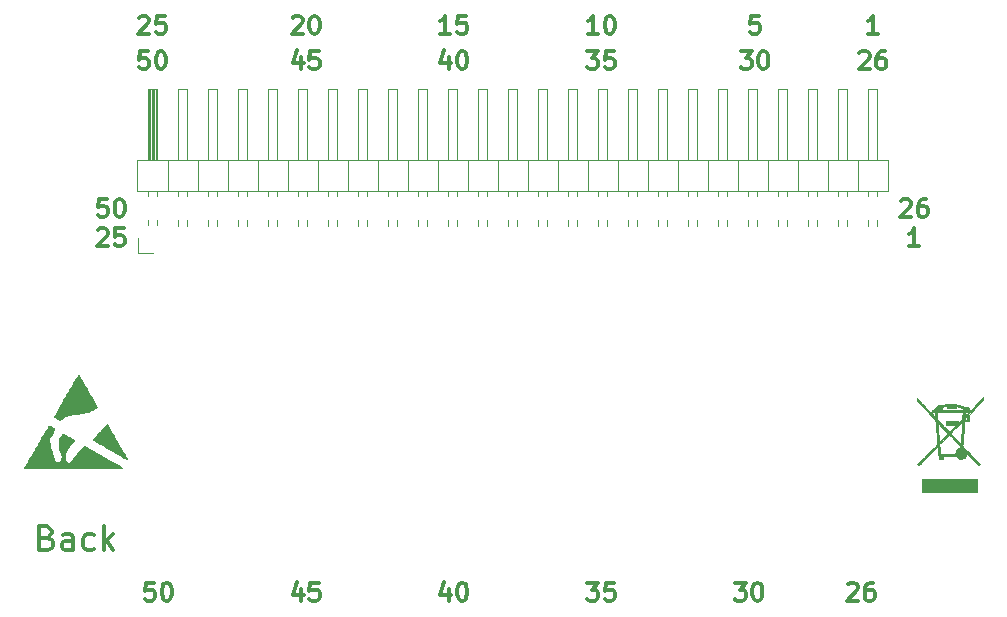
<source format=gto>
G04 #@! TF.GenerationSoftware,KiCad,Pcbnew,(6.0.6)*
G04 #@! TF.CreationDate,2022-06-25T19:15:55+02:00*
G04 #@! TF.ProjectId,brutzelkarte,62727574-7a65-46c6-9b61-7274652e6b69,rev?*
G04 #@! TF.SameCoordinates,Original*
G04 #@! TF.FileFunction,Legend,Top*
G04 #@! TF.FilePolarity,Positive*
%FSLAX46Y46*%
G04 Gerber Fmt 4.6, Leading zero omitted, Abs format (unit mm)*
G04 Created by KiCad (PCBNEW (6.0.6)) date 2022-06-25 19:15:55*
%MOMM*%
%LPD*%
G01*
G04 APERTURE LIST*
%ADD10C,0.300000*%
%ADD11C,0.120000*%
%ADD12C,0.010000*%
G04 APERTURE END LIST*
D10*
X115071428Y-120178571D02*
X115071428Y-121178571D01*
X114714285Y-119607142D02*
X114357142Y-120678571D01*
X115285714Y-120678571D01*
X116571428Y-119678571D02*
X115857142Y-119678571D01*
X115785714Y-120392857D01*
X115857142Y-120321428D01*
X116000000Y-120250000D01*
X116357142Y-120250000D01*
X116500000Y-120321428D01*
X116571428Y-120392857D01*
X116642857Y-120535714D01*
X116642857Y-120892857D01*
X116571428Y-121035714D01*
X116500000Y-121107142D01*
X116357142Y-121178571D01*
X116000000Y-121178571D01*
X115857142Y-121107142D01*
X115785714Y-121035714D01*
X127571428Y-120178571D02*
X127571428Y-121178571D01*
X127214285Y-119607142D02*
X126857142Y-120678571D01*
X127785714Y-120678571D01*
X128642857Y-119678571D02*
X128785714Y-119678571D01*
X128928571Y-119750000D01*
X129000000Y-119821428D01*
X129071428Y-119964285D01*
X129142857Y-120250000D01*
X129142857Y-120607142D01*
X129071428Y-120892857D01*
X129000000Y-121035714D01*
X128928571Y-121107142D01*
X128785714Y-121178571D01*
X128642857Y-121178571D01*
X128500000Y-121107142D01*
X128428571Y-121035714D01*
X128357142Y-120892857D01*
X128285714Y-120607142D01*
X128285714Y-120250000D01*
X128357142Y-119964285D01*
X128428571Y-119821428D01*
X128500000Y-119750000D01*
X128642857Y-119678571D01*
X139285714Y-119678571D02*
X140214285Y-119678571D01*
X139714285Y-120250000D01*
X139928571Y-120250000D01*
X140071428Y-120321428D01*
X140142857Y-120392857D01*
X140214285Y-120535714D01*
X140214285Y-120892857D01*
X140142857Y-121035714D01*
X140071428Y-121107142D01*
X139928571Y-121178571D01*
X139500000Y-121178571D01*
X139357142Y-121107142D01*
X139285714Y-121035714D01*
X141571428Y-119678571D02*
X140857142Y-119678571D01*
X140785714Y-120392857D01*
X140857142Y-120321428D01*
X141000000Y-120250000D01*
X141357142Y-120250000D01*
X141500000Y-120321428D01*
X141571428Y-120392857D01*
X141642857Y-120535714D01*
X141642857Y-120892857D01*
X141571428Y-121035714D01*
X141500000Y-121107142D01*
X141357142Y-121178571D01*
X141000000Y-121178571D01*
X140857142Y-121107142D01*
X140785714Y-121035714D01*
X151785714Y-119678571D02*
X152714285Y-119678571D01*
X152214285Y-120250000D01*
X152428571Y-120250000D01*
X152571428Y-120321428D01*
X152642857Y-120392857D01*
X152714285Y-120535714D01*
X152714285Y-120892857D01*
X152642857Y-121035714D01*
X152571428Y-121107142D01*
X152428571Y-121178571D01*
X152000000Y-121178571D01*
X151857142Y-121107142D01*
X151785714Y-121035714D01*
X153642857Y-119678571D02*
X153785714Y-119678571D01*
X153928571Y-119750000D01*
X154000000Y-119821428D01*
X154071428Y-119964285D01*
X154142857Y-120250000D01*
X154142857Y-120607142D01*
X154071428Y-120892857D01*
X154000000Y-121035714D01*
X153928571Y-121107142D01*
X153785714Y-121178571D01*
X153642857Y-121178571D01*
X153500000Y-121107142D01*
X153428571Y-121035714D01*
X153357142Y-120892857D01*
X153285714Y-120607142D01*
X153285714Y-120250000D01*
X153357142Y-119964285D01*
X153428571Y-119821428D01*
X153500000Y-119750000D01*
X153642857Y-119678571D01*
X161357142Y-119821428D02*
X161428571Y-119750000D01*
X161571428Y-119678571D01*
X161928571Y-119678571D01*
X162071428Y-119750000D01*
X162142857Y-119821428D01*
X162214285Y-119964285D01*
X162214285Y-120107142D01*
X162142857Y-120321428D01*
X161285714Y-121178571D01*
X162214285Y-121178571D01*
X163500000Y-119678571D02*
X163214285Y-119678571D01*
X163071428Y-119750000D01*
X163000000Y-119821428D01*
X162857142Y-120035714D01*
X162785714Y-120321428D01*
X162785714Y-120892857D01*
X162857142Y-121035714D01*
X162928571Y-121107142D01*
X163071428Y-121178571D01*
X163357142Y-121178571D01*
X163500000Y-121107142D01*
X163571428Y-121035714D01*
X163642857Y-120892857D01*
X163642857Y-120535714D01*
X163571428Y-120392857D01*
X163500000Y-120321428D01*
X163357142Y-120250000D01*
X163071428Y-120250000D01*
X162928571Y-120321428D01*
X162857142Y-120392857D01*
X162785714Y-120535714D01*
X98642857Y-87178571D02*
X97928571Y-87178571D01*
X97857142Y-87892857D01*
X97928571Y-87821428D01*
X98071428Y-87750000D01*
X98428571Y-87750000D01*
X98571428Y-87821428D01*
X98642857Y-87892857D01*
X98714285Y-88035714D01*
X98714285Y-88392857D01*
X98642857Y-88535714D01*
X98571428Y-88607142D01*
X98428571Y-88678571D01*
X98071428Y-88678571D01*
X97928571Y-88607142D01*
X97857142Y-88535714D01*
X99642857Y-87178571D02*
X99785714Y-87178571D01*
X99928571Y-87250000D01*
X100000000Y-87321428D01*
X100071428Y-87464285D01*
X100142857Y-87750000D01*
X100142857Y-88107142D01*
X100071428Y-88392857D01*
X100000000Y-88535714D01*
X99928571Y-88607142D01*
X99785714Y-88678571D01*
X99642857Y-88678571D01*
X99500000Y-88607142D01*
X99428571Y-88535714D01*
X99357142Y-88392857D01*
X99285714Y-88107142D01*
X99285714Y-87750000D01*
X99357142Y-87464285D01*
X99428571Y-87321428D01*
X99500000Y-87250000D01*
X99642857Y-87178571D01*
X97857142Y-89821428D02*
X97928571Y-89750000D01*
X98071428Y-89678571D01*
X98428571Y-89678571D01*
X98571428Y-89750000D01*
X98642857Y-89821428D01*
X98714285Y-89964285D01*
X98714285Y-90107142D01*
X98642857Y-90321428D01*
X97785714Y-91178571D01*
X98714285Y-91178571D01*
X100071428Y-89678571D02*
X99357142Y-89678571D01*
X99285714Y-90392857D01*
X99357142Y-90321428D01*
X99500000Y-90250000D01*
X99857142Y-90250000D01*
X100000000Y-90321428D01*
X100071428Y-90392857D01*
X100142857Y-90535714D01*
X100142857Y-90892857D01*
X100071428Y-91035714D01*
X100000000Y-91107142D01*
X99857142Y-91178571D01*
X99500000Y-91178571D01*
X99357142Y-91107142D01*
X99285714Y-91035714D01*
X165857142Y-87321428D02*
X165928571Y-87250000D01*
X166071428Y-87178571D01*
X166428571Y-87178571D01*
X166571428Y-87250000D01*
X166642857Y-87321428D01*
X166714285Y-87464285D01*
X166714285Y-87607142D01*
X166642857Y-87821428D01*
X165785714Y-88678571D01*
X166714285Y-88678571D01*
X168000000Y-87178571D02*
X167714285Y-87178571D01*
X167571428Y-87250000D01*
X167500000Y-87321428D01*
X167357142Y-87535714D01*
X167285714Y-87821428D01*
X167285714Y-88392857D01*
X167357142Y-88535714D01*
X167428571Y-88607142D01*
X167571428Y-88678571D01*
X167857142Y-88678571D01*
X168000000Y-88607142D01*
X168071428Y-88535714D01*
X168142857Y-88392857D01*
X168142857Y-88035714D01*
X168071428Y-87892857D01*
X168000000Y-87821428D01*
X167857142Y-87750000D01*
X167571428Y-87750000D01*
X167428571Y-87821428D01*
X167357142Y-87892857D01*
X167285714Y-88035714D01*
X167428571Y-91178571D02*
X166571428Y-91178571D01*
X167000000Y-91178571D02*
X167000000Y-89678571D01*
X166857142Y-89892857D01*
X166714285Y-90035714D01*
X166571428Y-90107142D01*
X162357142Y-74821428D02*
X162428571Y-74750000D01*
X162571428Y-74678571D01*
X162928571Y-74678571D01*
X163071428Y-74750000D01*
X163142857Y-74821428D01*
X163214285Y-74964285D01*
X163214285Y-75107142D01*
X163142857Y-75321428D01*
X162285714Y-76178571D01*
X163214285Y-76178571D01*
X164500000Y-74678571D02*
X164214285Y-74678571D01*
X164071428Y-74750000D01*
X164000000Y-74821428D01*
X163857142Y-75035714D01*
X163785714Y-75321428D01*
X163785714Y-75892857D01*
X163857142Y-76035714D01*
X163928571Y-76107142D01*
X164071428Y-76178571D01*
X164357142Y-76178571D01*
X164500000Y-76107142D01*
X164571428Y-76035714D01*
X164642857Y-75892857D01*
X164642857Y-75535714D01*
X164571428Y-75392857D01*
X164500000Y-75321428D01*
X164357142Y-75250000D01*
X164071428Y-75250000D01*
X163928571Y-75321428D01*
X163857142Y-75392857D01*
X163785714Y-75535714D01*
X139285714Y-74678571D02*
X140214285Y-74678571D01*
X139714285Y-75250000D01*
X139928571Y-75250000D01*
X140071428Y-75321428D01*
X140142857Y-75392857D01*
X140214285Y-75535714D01*
X140214285Y-75892857D01*
X140142857Y-76035714D01*
X140071428Y-76107142D01*
X139928571Y-76178571D01*
X139500000Y-76178571D01*
X139357142Y-76107142D01*
X139285714Y-76035714D01*
X141571428Y-74678571D02*
X140857142Y-74678571D01*
X140785714Y-75392857D01*
X140857142Y-75321428D01*
X141000000Y-75250000D01*
X141357142Y-75250000D01*
X141500000Y-75321428D01*
X141571428Y-75392857D01*
X141642857Y-75535714D01*
X141642857Y-75892857D01*
X141571428Y-76035714D01*
X141500000Y-76107142D01*
X141357142Y-76178571D01*
X141000000Y-76178571D01*
X140857142Y-76107142D01*
X140785714Y-76035714D01*
X152285714Y-74678571D02*
X153214285Y-74678571D01*
X152714285Y-75250000D01*
X152928571Y-75250000D01*
X153071428Y-75321428D01*
X153142857Y-75392857D01*
X153214285Y-75535714D01*
X153214285Y-75892857D01*
X153142857Y-76035714D01*
X153071428Y-76107142D01*
X152928571Y-76178571D01*
X152500000Y-76178571D01*
X152357142Y-76107142D01*
X152285714Y-76035714D01*
X154142857Y-74678571D02*
X154285714Y-74678571D01*
X154428571Y-74750000D01*
X154500000Y-74821428D01*
X154571428Y-74964285D01*
X154642857Y-75250000D01*
X154642857Y-75607142D01*
X154571428Y-75892857D01*
X154500000Y-76035714D01*
X154428571Y-76107142D01*
X154285714Y-76178571D01*
X154142857Y-76178571D01*
X154000000Y-76107142D01*
X153928571Y-76035714D01*
X153857142Y-75892857D01*
X153785714Y-75607142D01*
X153785714Y-75250000D01*
X153857142Y-74964285D01*
X153928571Y-74821428D01*
X154000000Y-74750000D01*
X154142857Y-74678571D01*
X153857142Y-71678571D02*
X153142857Y-71678571D01*
X153071428Y-72392857D01*
X153142857Y-72321428D01*
X153285714Y-72250000D01*
X153642857Y-72250000D01*
X153785714Y-72321428D01*
X153857142Y-72392857D01*
X153928571Y-72535714D01*
X153928571Y-72892857D01*
X153857142Y-73035714D01*
X153785714Y-73107142D01*
X153642857Y-73178571D01*
X153285714Y-73178571D01*
X153142857Y-73107142D01*
X153071428Y-73035714D01*
X115071428Y-75178571D02*
X115071428Y-76178571D01*
X114714285Y-74607142D02*
X114357142Y-75678571D01*
X115285714Y-75678571D01*
X116571428Y-74678571D02*
X115857142Y-74678571D01*
X115785714Y-75392857D01*
X115857142Y-75321428D01*
X116000000Y-75250000D01*
X116357142Y-75250000D01*
X116500000Y-75321428D01*
X116571428Y-75392857D01*
X116642857Y-75535714D01*
X116642857Y-75892857D01*
X116571428Y-76035714D01*
X116500000Y-76107142D01*
X116357142Y-76178571D01*
X116000000Y-76178571D01*
X115857142Y-76107142D01*
X115785714Y-76035714D01*
X114357142Y-71821428D02*
X114428571Y-71750000D01*
X114571428Y-71678571D01*
X114928571Y-71678571D01*
X115071428Y-71750000D01*
X115142857Y-71821428D01*
X115214285Y-71964285D01*
X115214285Y-72107142D01*
X115142857Y-72321428D01*
X114285714Y-73178571D01*
X115214285Y-73178571D01*
X116142857Y-71678571D02*
X116285714Y-71678571D01*
X116428571Y-71750000D01*
X116500000Y-71821428D01*
X116571428Y-71964285D01*
X116642857Y-72250000D01*
X116642857Y-72607142D01*
X116571428Y-72892857D01*
X116500000Y-73035714D01*
X116428571Y-73107142D01*
X116285714Y-73178571D01*
X116142857Y-73178571D01*
X116000000Y-73107142D01*
X115928571Y-73035714D01*
X115857142Y-72892857D01*
X115785714Y-72607142D01*
X115785714Y-72250000D01*
X115857142Y-71964285D01*
X115928571Y-71821428D01*
X116000000Y-71750000D01*
X116142857Y-71678571D01*
X102142857Y-74678571D02*
X101428571Y-74678571D01*
X101357142Y-75392857D01*
X101428571Y-75321428D01*
X101571428Y-75250000D01*
X101928571Y-75250000D01*
X102071428Y-75321428D01*
X102142857Y-75392857D01*
X102214285Y-75535714D01*
X102214285Y-75892857D01*
X102142857Y-76035714D01*
X102071428Y-76107142D01*
X101928571Y-76178571D01*
X101571428Y-76178571D01*
X101428571Y-76107142D01*
X101357142Y-76035714D01*
X103142857Y-74678571D02*
X103285714Y-74678571D01*
X103428571Y-74750000D01*
X103500000Y-74821428D01*
X103571428Y-74964285D01*
X103642857Y-75250000D01*
X103642857Y-75607142D01*
X103571428Y-75892857D01*
X103500000Y-76035714D01*
X103428571Y-76107142D01*
X103285714Y-76178571D01*
X103142857Y-76178571D01*
X103000000Y-76107142D01*
X102928571Y-76035714D01*
X102857142Y-75892857D01*
X102785714Y-75607142D01*
X102785714Y-75250000D01*
X102857142Y-74964285D01*
X102928571Y-74821428D01*
X103000000Y-74750000D01*
X103142857Y-74678571D01*
X127714285Y-73178571D02*
X126857142Y-73178571D01*
X127285714Y-73178571D02*
X127285714Y-71678571D01*
X127142857Y-71892857D01*
X127000000Y-72035714D01*
X126857142Y-72107142D01*
X129071428Y-71678571D02*
X128357142Y-71678571D01*
X128285714Y-72392857D01*
X128357142Y-72321428D01*
X128500000Y-72250000D01*
X128857142Y-72250000D01*
X129000000Y-72321428D01*
X129071428Y-72392857D01*
X129142857Y-72535714D01*
X129142857Y-72892857D01*
X129071428Y-73035714D01*
X129000000Y-73107142D01*
X128857142Y-73178571D01*
X128500000Y-73178571D01*
X128357142Y-73107142D01*
X128285714Y-73035714D01*
X163928571Y-73178571D02*
X163071428Y-73178571D01*
X163500000Y-73178571D02*
X163500000Y-71678571D01*
X163357142Y-71892857D01*
X163214285Y-72035714D01*
X163071428Y-72107142D01*
X140214285Y-73178571D02*
X139357142Y-73178571D01*
X139785714Y-73178571D02*
X139785714Y-71678571D01*
X139642857Y-71892857D01*
X139500000Y-72035714D01*
X139357142Y-72107142D01*
X141142857Y-71678571D02*
X141285714Y-71678571D01*
X141428571Y-71750000D01*
X141500000Y-71821428D01*
X141571428Y-71964285D01*
X141642857Y-72250000D01*
X141642857Y-72607142D01*
X141571428Y-72892857D01*
X141500000Y-73035714D01*
X141428571Y-73107142D01*
X141285714Y-73178571D01*
X141142857Y-73178571D01*
X141000000Y-73107142D01*
X140928571Y-73035714D01*
X140857142Y-72892857D01*
X140785714Y-72607142D01*
X140785714Y-72250000D01*
X140857142Y-71964285D01*
X140928571Y-71821428D01*
X141000000Y-71750000D01*
X141142857Y-71678571D01*
X127571428Y-75178571D02*
X127571428Y-76178571D01*
X127214285Y-74607142D02*
X126857142Y-75678571D01*
X127785714Y-75678571D01*
X128642857Y-74678571D02*
X128785714Y-74678571D01*
X128928571Y-74750000D01*
X129000000Y-74821428D01*
X129071428Y-74964285D01*
X129142857Y-75250000D01*
X129142857Y-75607142D01*
X129071428Y-75892857D01*
X129000000Y-76035714D01*
X128928571Y-76107142D01*
X128785714Y-76178571D01*
X128642857Y-76178571D01*
X128500000Y-76107142D01*
X128428571Y-76035714D01*
X128357142Y-75892857D01*
X128285714Y-75607142D01*
X128285714Y-75250000D01*
X128357142Y-74964285D01*
X128428571Y-74821428D01*
X128500000Y-74750000D01*
X128642857Y-74678571D01*
X101357142Y-71821428D02*
X101428571Y-71750000D01*
X101571428Y-71678571D01*
X101928571Y-71678571D01*
X102071428Y-71750000D01*
X102142857Y-71821428D01*
X102214285Y-71964285D01*
X102214285Y-72107142D01*
X102142857Y-72321428D01*
X101285714Y-73178571D01*
X102214285Y-73178571D01*
X103571428Y-71678571D02*
X102857142Y-71678571D01*
X102785714Y-72392857D01*
X102857142Y-72321428D01*
X103000000Y-72250000D01*
X103357142Y-72250000D01*
X103500000Y-72321428D01*
X103571428Y-72392857D01*
X103642857Y-72535714D01*
X103642857Y-72892857D01*
X103571428Y-73035714D01*
X103500000Y-73107142D01*
X103357142Y-73178571D01*
X103000000Y-73178571D01*
X102857142Y-73107142D01*
X102785714Y-73035714D01*
X102642857Y-119678571D02*
X101928571Y-119678571D01*
X101857142Y-120392857D01*
X101928571Y-120321428D01*
X102071428Y-120250000D01*
X102428571Y-120250000D01*
X102571428Y-120321428D01*
X102642857Y-120392857D01*
X102714285Y-120535714D01*
X102714285Y-120892857D01*
X102642857Y-121035714D01*
X102571428Y-121107142D01*
X102428571Y-121178571D01*
X102071428Y-121178571D01*
X101928571Y-121107142D01*
X101857142Y-121035714D01*
X103642857Y-119678571D02*
X103785714Y-119678571D01*
X103928571Y-119750000D01*
X104000000Y-119821428D01*
X104071428Y-119964285D01*
X104142857Y-120250000D01*
X104142857Y-120607142D01*
X104071428Y-120892857D01*
X104000000Y-121035714D01*
X103928571Y-121107142D01*
X103785714Y-121178571D01*
X103642857Y-121178571D01*
X103500000Y-121107142D01*
X103428571Y-121035714D01*
X103357142Y-120892857D01*
X103285714Y-120607142D01*
X103285714Y-120250000D01*
X103357142Y-119964285D01*
X103428571Y-119821428D01*
X103500000Y-119750000D01*
X103642857Y-119678571D01*
X93571428Y-115857142D02*
X93857142Y-115952380D01*
X93952380Y-116047619D01*
X94047619Y-116238095D01*
X94047619Y-116523809D01*
X93952380Y-116714285D01*
X93857142Y-116809523D01*
X93666666Y-116904761D01*
X92904761Y-116904761D01*
X92904761Y-114904761D01*
X93571428Y-114904761D01*
X93761904Y-115000000D01*
X93857142Y-115095238D01*
X93952380Y-115285714D01*
X93952380Y-115476190D01*
X93857142Y-115666666D01*
X93761904Y-115761904D01*
X93571428Y-115857142D01*
X92904761Y-115857142D01*
X95761904Y-116904761D02*
X95761904Y-115857142D01*
X95666666Y-115666666D01*
X95476190Y-115571428D01*
X95095238Y-115571428D01*
X94904761Y-115666666D01*
X95761904Y-116809523D02*
X95571428Y-116904761D01*
X95095238Y-116904761D01*
X94904761Y-116809523D01*
X94809523Y-116619047D01*
X94809523Y-116428571D01*
X94904761Y-116238095D01*
X95095238Y-116142857D01*
X95571428Y-116142857D01*
X95761904Y-116047619D01*
X97571428Y-116809523D02*
X97380952Y-116904761D01*
X97000000Y-116904761D01*
X96809523Y-116809523D01*
X96714285Y-116714285D01*
X96619047Y-116523809D01*
X96619047Y-115952380D01*
X96714285Y-115761904D01*
X96809523Y-115666666D01*
X97000000Y-115571428D01*
X97380952Y-115571428D01*
X97571428Y-115666666D01*
X98428571Y-116904761D02*
X98428571Y-114904761D01*
X98619047Y-116142857D02*
X99190476Y-116904761D01*
X99190476Y-115571428D02*
X98428571Y-116333333D01*
D11*
X147840000Y-83860000D02*
X147840000Y-77860000D01*
X130820000Y-86917071D02*
X130820000Y-86520000D01*
X158760000Y-77860000D02*
X158760000Y-83860000D01*
X110500000Y-77860000D02*
X110500000Y-83860000D01*
X107960000Y-77860000D02*
X107960000Y-83860000D01*
X102780000Y-83860000D02*
X102780000Y-77860000D01*
X118120000Y-77860000D02*
X118120000Y-83860000D01*
X130060000Y-86917071D02*
X130060000Y-86520000D01*
X124980000Y-77860000D02*
X125740000Y-77860000D01*
X131710000Y-86520000D02*
X131710000Y-83860000D01*
X125740000Y-77860000D02*
X125740000Y-83860000D01*
X104660000Y-89457071D02*
X104660000Y-89002929D01*
X136790000Y-86520000D02*
X136790000Y-83860000D01*
X140220000Y-83860000D02*
X140220000Y-77860000D01*
X152920000Y-89457071D02*
X152920000Y-89002929D01*
X120660000Y-86917071D02*
X120660000Y-86520000D01*
X132600000Y-86917071D02*
X132600000Y-86520000D01*
X146060000Y-77860000D02*
X146060000Y-83860000D01*
X113040000Y-89457071D02*
X113040000Y-89002929D01*
X108850000Y-86520000D02*
X108850000Y-83860000D01*
X109740000Y-86917071D02*
X109740000Y-86520000D01*
X135140000Y-86917071D02*
X135140000Y-86520000D01*
X102880000Y-89390000D02*
X102880000Y-89002929D01*
X155460000Y-77860000D02*
X156220000Y-77860000D01*
X124980000Y-86917071D02*
X124980000Y-86520000D01*
X102880000Y-77860000D02*
X102880000Y-83860000D01*
X140220000Y-77860000D02*
X140980000Y-77860000D01*
X155460000Y-83860000D02*
X155460000Y-77860000D01*
X148600000Y-86917071D02*
X148600000Y-86520000D01*
X111390000Y-86520000D02*
X111390000Y-83860000D01*
X160540000Y-83860000D02*
X160540000Y-77860000D01*
X117360000Y-83860000D02*
X117360000Y-77860000D01*
X102180000Y-83860000D02*
X102180000Y-77860000D01*
X145300000Y-86917071D02*
X145300000Y-86520000D01*
X152920000Y-83860000D02*
X152920000Y-77860000D01*
X130060000Y-77860000D02*
X130820000Y-77860000D01*
X150380000Y-86917071D02*
X150380000Y-86520000D01*
X112280000Y-83860000D02*
X112280000Y-77860000D01*
X153680000Y-89457071D02*
X153680000Y-89002929D01*
X127520000Y-89457071D02*
X127520000Y-89002929D01*
X141870000Y-86520000D02*
X141870000Y-83860000D01*
X127520000Y-77860000D02*
X128280000Y-77860000D01*
X130060000Y-83860000D02*
X130060000Y-77860000D01*
X112280000Y-89457071D02*
X112280000Y-89002929D01*
X160540000Y-77860000D02*
X161300000Y-77860000D01*
X161300000Y-89457071D02*
X161300000Y-89002929D01*
X135900000Y-77860000D02*
X135900000Y-83860000D01*
X109740000Y-83860000D02*
X109740000Y-77860000D01*
X137680000Y-86917071D02*
X137680000Y-86520000D01*
X153680000Y-77860000D02*
X153680000Y-83860000D01*
X138440000Y-77860000D02*
X138440000Y-83860000D01*
X116470000Y-86520000D02*
X116470000Y-83860000D01*
X114820000Y-83860000D02*
X114820000Y-77860000D01*
X113930000Y-86520000D02*
X113930000Y-83860000D01*
X143520000Y-77860000D02*
X143520000Y-83860000D01*
X162190000Y-86520000D02*
X162190000Y-83860000D01*
X130820000Y-89457071D02*
X130820000Y-89002929D01*
X140980000Y-86917071D02*
X140980000Y-86520000D01*
X118120000Y-89457071D02*
X118120000Y-89002929D01*
X112280000Y-86917071D02*
X112280000Y-86520000D01*
X127520000Y-83860000D02*
X127520000Y-77860000D01*
X107960000Y-89457071D02*
X107960000Y-89002929D01*
X163080000Y-77860000D02*
X163840000Y-77860000D01*
X160540000Y-89457071D02*
X160540000Y-89002929D01*
X133360000Y-89457071D02*
X133360000Y-89002929D01*
X118120000Y-86917071D02*
X118120000Y-86520000D01*
X142760000Y-77860000D02*
X143520000Y-77860000D01*
X120660000Y-77860000D02*
X120660000Y-83860000D01*
X102500000Y-91770000D02*
X101230000Y-91770000D01*
X152030000Y-86520000D02*
X152030000Y-83860000D01*
X140220000Y-89457071D02*
X140220000Y-89002929D01*
X119900000Y-77860000D02*
X120660000Y-77860000D01*
X150380000Y-89457071D02*
X150380000Y-89002929D01*
X122440000Y-86917071D02*
X122440000Y-86520000D01*
X163080000Y-89457071D02*
X163080000Y-89002929D01*
X129170000Y-86520000D02*
X129170000Y-83860000D01*
X107200000Y-89457071D02*
X107200000Y-89002929D01*
X109740000Y-77860000D02*
X110500000Y-77860000D01*
X158760000Y-86917071D02*
X158760000Y-86520000D01*
X158000000Y-83860000D02*
X158000000Y-77860000D01*
X135900000Y-89457071D02*
X135900000Y-89002929D01*
X145300000Y-83860000D02*
X145300000Y-77860000D01*
X163840000Y-89457071D02*
X163840000Y-89002929D01*
X123200000Y-86917071D02*
X123200000Y-86520000D01*
X125740000Y-86917071D02*
X125740000Y-86520000D01*
X119900000Y-89457071D02*
X119900000Y-89002929D01*
X123200000Y-89457071D02*
X123200000Y-89002929D01*
X119010000Y-86520000D02*
X119010000Y-83860000D01*
X156220000Y-77860000D02*
X156220000Y-83860000D01*
X135140000Y-77860000D02*
X135900000Y-77860000D01*
X158760000Y-89457071D02*
X158760000Y-89002929D01*
X102660000Y-83860000D02*
X102660000Y-77860000D01*
X137680000Y-77860000D02*
X138440000Y-77860000D01*
X119900000Y-86917071D02*
X119900000Y-86520000D01*
X153680000Y-86917071D02*
X153680000Y-86520000D01*
X107200000Y-77860000D02*
X107960000Y-77860000D01*
X155460000Y-89457071D02*
X155460000Y-89002929D01*
X142760000Y-86917071D02*
X142760000Y-86520000D01*
X159650000Y-86520000D02*
X159650000Y-83860000D01*
X128280000Y-86917071D02*
X128280000Y-86520000D01*
X133360000Y-77860000D02*
X133360000Y-83860000D01*
X114820000Y-86917071D02*
X114820000Y-86520000D01*
X130820000Y-77860000D02*
X130820000Y-83860000D01*
X113040000Y-77860000D02*
X113040000Y-83860000D01*
X114820000Y-89457071D02*
X114820000Y-89002929D01*
X145300000Y-77860000D02*
X146060000Y-77860000D01*
X130060000Y-89457071D02*
X130060000Y-89002929D01*
X163840000Y-77860000D02*
X163840000Y-83860000D01*
X122440000Y-77860000D02*
X123200000Y-77860000D01*
X104660000Y-77860000D02*
X105420000Y-77860000D01*
X115580000Y-89457071D02*
X115580000Y-89002929D01*
X160540000Y-86917071D02*
X160540000Y-86520000D01*
X105420000Y-86917071D02*
X105420000Y-86520000D01*
X144410000Y-86520000D02*
X144410000Y-83860000D01*
X146060000Y-89457071D02*
X146060000Y-89002929D01*
X102540000Y-83860000D02*
X102540000Y-77860000D01*
X101170000Y-83860000D02*
X101170000Y-86520000D01*
X107960000Y-86917071D02*
X107960000Y-86520000D01*
X138440000Y-89457071D02*
X138440000Y-89002929D01*
X140980000Y-89457071D02*
X140980000Y-89002929D01*
X102120000Y-77860000D02*
X102880000Y-77860000D01*
X121550000Y-86520000D02*
X121550000Y-83860000D01*
X147840000Y-89457071D02*
X147840000Y-89002929D01*
X135140000Y-89457071D02*
X135140000Y-89002929D01*
X158000000Y-77860000D02*
X158760000Y-77860000D01*
X137680000Y-89457071D02*
X137680000Y-89002929D01*
X124980000Y-89457071D02*
X124980000Y-89002929D01*
X132600000Y-77860000D02*
X133360000Y-77860000D01*
X102120000Y-89390000D02*
X102120000Y-89002929D01*
X163840000Y-86917071D02*
X163840000Y-86520000D01*
X114820000Y-77860000D02*
X115580000Y-77860000D01*
X154570000Y-86520000D02*
X154570000Y-83860000D01*
X148600000Y-89457071D02*
X148600000Y-89002929D01*
X126630000Y-86520000D02*
X126630000Y-83860000D01*
X112280000Y-77860000D02*
X113040000Y-77860000D01*
X117360000Y-86917071D02*
X117360000Y-86520000D01*
X142760000Y-89457071D02*
X142760000Y-89002929D01*
X147840000Y-86917071D02*
X147840000Y-86520000D01*
X104660000Y-86917071D02*
X104660000Y-86520000D01*
X103770000Y-86520000D02*
X103770000Y-83860000D01*
X117360000Y-77860000D02*
X118120000Y-77860000D01*
X135900000Y-86917071D02*
X135900000Y-86520000D01*
X150380000Y-77860000D02*
X151140000Y-77860000D01*
X115580000Y-77860000D02*
X115580000Y-83860000D01*
X143520000Y-89457071D02*
X143520000Y-89002929D01*
X106310000Y-86520000D02*
X106310000Y-83860000D01*
X102420000Y-83860000D02*
X102420000Y-77860000D01*
X101230000Y-91770000D02*
X101230000Y-90500000D01*
X150380000Y-83860000D02*
X150380000Y-77860000D01*
X138440000Y-86917071D02*
X138440000Y-86520000D01*
X152920000Y-86917071D02*
X152920000Y-86520000D01*
X122440000Y-89457071D02*
X122440000Y-89002929D01*
X102120000Y-83860000D02*
X102120000Y-77860000D01*
X127520000Y-86917071D02*
X127520000Y-86520000D01*
X146950000Y-86520000D02*
X146950000Y-83860000D01*
X156220000Y-89457071D02*
X156220000Y-89002929D01*
X102120000Y-86917071D02*
X102120000Y-86520000D01*
X132600000Y-89457071D02*
X132600000Y-89002929D01*
X104660000Y-83860000D02*
X104660000Y-77860000D01*
X128280000Y-77860000D02*
X128280000Y-83860000D01*
X119900000Y-83860000D02*
X119900000Y-77860000D01*
X164790000Y-86520000D02*
X164790000Y-83860000D01*
X163080000Y-83860000D02*
X163080000Y-77860000D01*
X133360000Y-86917071D02*
X133360000Y-86520000D01*
X148600000Y-77860000D02*
X148600000Y-83860000D01*
X105420000Y-77860000D02*
X105420000Y-83860000D01*
X102880000Y-86917071D02*
X102880000Y-86520000D01*
X102300000Y-83860000D02*
X102300000Y-77860000D01*
X140980000Y-77860000D02*
X140980000Y-83860000D01*
X125740000Y-89457071D02*
X125740000Y-89002929D01*
X122440000Y-83860000D02*
X122440000Y-77860000D01*
X110500000Y-86917071D02*
X110500000Y-86520000D01*
X107200000Y-86917071D02*
X107200000Y-86520000D01*
X117360000Y-89457071D02*
X117360000Y-89002929D01*
X151140000Y-77860000D02*
X151140000Y-83860000D01*
X128280000Y-89457071D02*
X128280000Y-89002929D01*
X132600000Y-83860000D02*
X132600000Y-77860000D01*
X147840000Y-77860000D02*
X148600000Y-77860000D01*
X158000000Y-86917071D02*
X158000000Y-86520000D01*
X151140000Y-86917071D02*
X151140000Y-86520000D01*
X109740000Y-89457071D02*
X109740000Y-89002929D01*
X161300000Y-77860000D02*
X161300000Y-83860000D01*
X113040000Y-86917071D02*
X113040000Y-86520000D01*
X163080000Y-86917071D02*
X163080000Y-86520000D01*
X101170000Y-86520000D02*
X164790000Y-86520000D01*
X110500000Y-89457071D02*
X110500000Y-89002929D01*
X158000000Y-89457071D02*
X158000000Y-89002929D01*
X124980000Y-83860000D02*
X124980000Y-77860000D01*
X149490000Y-86520000D02*
X149490000Y-83860000D01*
X135140000Y-83860000D02*
X135140000Y-77860000D01*
X164790000Y-83860000D02*
X101170000Y-83860000D01*
X156220000Y-86917071D02*
X156220000Y-86520000D01*
X140220000Y-86917071D02*
X140220000Y-86520000D01*
X137680000Y-83860000D02*
X137680000Y-77860000D01*
X115580000Y-86917071D02*
X115580000Y-86520000D01*
X107200000Y-83860000D02*
X107200000Y-77860000D01*
X105420000Y-89457071D02*
X105420000Y-89002929D01*
X161300000Y-86917071D02*
X161300000Y-86520000D01*
X155460000Y-86917071D02*
X155460000Y-86520000D01*
X123200000Y-77860000D02*
X123200000Y-83860000D01*
X142760000Y-83860000D02*
X142760000Y-77860000D01*
X146060000Y-86917071D02*
X146060000Y-86520000D01*
X124090000Y-86520000D02*
X124090000Y-83860000D01*
X157110000Y-86520000D02*
X157110000Y-83860000D01*
X152920000Y-77860000D02*
X153680000Y-77860000D01*
X143520000Y-86917071D02*
X143520000Y-86520000D01*
X139330000Y-86520000D02*
X139330000Y-83860000D01*
X151140000Y-89457071D02*
X151140000Y-89002929D01*
X134250000Y-86520000D02*
X134250000Y-83860000D01*
X145300000Y-89457071D02*
X145300000Y-89002929D01*
X120660000Y-89457071D02*
X120660000Y-89002929D01*
G36*
X172322763Y-112010526D02*
G01*
X167643816Y-112010526D01*
X167643816Y-110857500D01*
X172322763Y-110857500D01*
X172322763Y-112010526D01*
G37*
D12*
X172322763Y-112010526D02*
X167643816Y-112010526D01*
X167643816Y-110857500D01*
X172322763Y-110857500D01*
X172322763Y-112010526D01*
G36*
X168929571Y-107917071D02*
G01*
X168944483Y-107893429D01*
X168947801Y-107882480D01*
X168946544Y-107858586D01*
X168942726Y-107804501D01*
X168936593Y-107723338D01*
X168928393Y-107618210D01*
X168918373Y-107492228D01*
X168906780Y-107348505D01*
X168893860Y-107190154D01*
X168879862Y-107020287D01*
X168868581Y-106884528D01*
X168804750Y-106119106D01*
X168968996Y-106119106D01*
X168969703Y-106135624D01*
X168973031Y-106182145D01*
X168978710Y-106255378D01*
X168986474Y-106352028D01*
X168996057Y-106468805D01*
X169007189Y-106602414D01*
X169019605Y-106749563D01*
X169031520Y-106889271D01*
X169045016Y-107047787D01*
X169057587Y-107197421D01*
X169068945Y-107334602D01*
X169078802Y-107455759D01*
X169086870Y-107557320D01*
X169092860Y-107635712D01*
X169096485Y-107687363D01*
X169097491Y-107707423D01*
X169099060Y-107719908D01*
X169105278Y-107724862D01*
X169118541Y-107720218D01*
X169141247Y-107703909D01*
X169175792Y-107673868D01*
X169224573Y-107628027D01*
X169289987Y-107564320D01*
X169374431Y-107480679D01*
X169464029Y-107391299D01*
X169830426Y-107025186D01*
X169827859Y-107022434D01*
X170070049Y-107022434D01*
X170081087Y-107037550D01*
X170111987Y-107073142D01*
X170159653Y-107125941D01*
X170220987Y-107192673D01*
X170292893Y-107270070D01*
X170372273Y-107354858D01*
X170456031Y-107443767D01*
X170541070Y-107533526D01*
X170624292Y-107620864D01*
X170702601Y-107702509D01*
X170772900Y-107775191D01*
X170832091Y-107835637D01*
X170877078Y-107880578D01*
X170904764Y-107906742D01*
X170912314Y-107912072D01*
X170914803Y-107894867D01*
X170919970Y-107847348D01*
X170927530Y-107772489D01*
X170937200Y-107673264D01*
X170948695Y-107552649D01*
X170961731Y-107413618D01*
X170976024Y-107259145D01*
X170991290Y-107092206D01*
X171003479Y-106957597D01*
X171019071Y-106783054D01*
X171033477Y-106618627D01*
X171046453Y-106467299D01*
X171057759Y-106332053D01*
X171067152Y-106215870D01*
X171074389Y-106121735D01*
X171079228Y-106052630D01*
X171081427Y-106011538D01*
X171081176Y-106000868D01*
X171068030Y-106010372D01*
X171034554Y-106040920D01*
X170983674Y-106089556D01*
X170918317Y-106153323D01*
X170841409Y-106229265D01*
X170755876Y-106314424D01*
X170664646Y-106405845D01*
X170570644Y-106500569D01*
X170476798Y-106595641D01*
X170386033Y-106688103D01*
X170301277Y-106774999D01*
X170225456Y-106853372D01*
X170161497Y-106920265D01*
X170112326Y-106972722D01*
X170080869Y-107007785D01*
X170070049Y-107022434D01*
X169827859Y-107022434D01*
X169693798Y-106878760D01*
X169624216Y-106804448D01*
X169546119Y-106721483D01*
X169462594Y-106633102D01*
X169376730Y-106542541D01*
X169291615Y-106453036D01*
X169210336Y-106367823D01*
X169135981Y-106290139D01*
X169071637Y-106223220D01*
X169020394Y-106170303D01*
X168985337Y-106134623D01*
X168969556Y-106119416D01*
X168968996Y-106119106D01*
X168804750Y-106119106D01*
X168788796Y-105927807D01*
X167990714Y-105088485D01*
X167192632Y-104249164D01*
X167193219Y-104131852D01*
X167193806Y-104014539D01*
X167322725Y-104152253D01*
X167394876Y-104229063D01*
X167480060Y-104319304D01*
X167575979Y-104420575D01*
X167680334Y-104530476D01*
X167790826Y-104646604D01*
X167905156Y-104766558D01*
X168021025Y-104887936D01*
X168136135Y-105008338D01*
X168248186Y-105125362D01*
X168354881Y-105236606D01*
X168453920Y-105339669D01*
X168543003Y-105432150D01*
X168619834Y-105511647D01*
X168682112Y-105575758D01*
X168727538Y-105622083D01*
X168753815Y-105648219D01*
X168759574Y-105653233D01*
X168759970Y-105635791D01*
X168757792Y-105591135D01*
X168753417Y-105525340D01*
X168747225Y-105444483D01*
X168744567Y-105412183D01*
X168724772Y-105175921D01*
X168879758Y-105175921D01*
X168887760Y-105213520D01*
X168891840Y-105243255D01*
X168897575Y-105299203D01*
X168904299Y-105374236D01*
X168911352Y-105461225D01*
X168913793Y-105493421D01*
X168920992Y-105585861D01*
X168928258Y-105671707D01*
X168934864Y-105742847D01*
X168940084Y-105791169D01*
X168941261Y-105799939D01*
X168945702Y-105817942D01*
X168955313Y-105839017D01*
X168972140Y-105865525D01*
X168998225Y-105899828D01*
X169035613Y-105944289D01*
X169086346Y-106001271D01*
X169152470Y-106073136D01*
X169236026Y-106162246D01*
X169339060Y-106270964D01*
X169444167Y-106381275D01*
X169548738Y-106490441D01*
X169646351Y-106591540D01*
X169734578Y-106682115D01*
X169810988Y-106759708D01*
X169873151Y-106821862D01*
X169918637Y-106866118D01*
X169945017Y-106890018D01*
X169950643Y-106893574D01*
X169965443Y-106880681D01*
X170000039Y-106847060D01*
X170051071Y-106796082D01*
X170115183Y-106731120D01*
X170189016Y-106655548D01*
X170242411Y-106600493D01*
X170521173Y-106312237D01*
X169699210Y-106312237D01*
X169699210Y-105994737D01*
X170701842Y-105994737D01*
X170701842Y-106136206D01*
X170885658Y-105952960D01*
X171016052Y-105822971D01*
X171270000Y-105822971D01*
X171272429Y-105843477D01*
X171284724Y-105854902D01*
X171314396Y-105859880D01*
X171368955Y-105861044D01*
X171378618Y-105861052D01*
X171487237Y-105861052D01*
X171487237Y-105569584D01*
X171378618Y-105677237D01*
X171317346Y-105742687D01*
X171280699Y-105792829D01*
X171270000Y-105822971D01*
X171016052Y-105822971D01*
X171069474Y-105769715D01*
X171069474Y-105606502D01*
X171069985Y-105531414D01*
X171072328Y-105483645D01*
X171077711Y-105457098D01*
X171087344Y-105445679D01*
X171101871Y-105443289D01*
X171118027Y-105439780D01*
X171129969Y-105425711D01*
X171139139Y-105395769D01*
X171146982Y-105344642D01*
X171154942Y-105267017D01*
X171157496Y-105238585D01*
X171163026Y-105175921D01*
X168879758Y-105175921D01*
X168724772Y-105175921D01*
X168512763Y-105175921D01*
X168512763Y-105025526D01*
X168602859Y-105025526D01*
X168655555Y-105024083D01*
X168684188Y-105017116D01*
X168687691Y-105012970D01*
X168872234Y-105012970D01*
X168881946Y-105022442D01*
X168915588Y-105025366D01*
X168938294Y-105025526D01*
X169014079Y-105025526D01*
X169296694Y-105025526D01*
X171176519Y-105025526D01*
X171112938Y-104960413D01*
X171014186Y-104880062D01*
X170891968Y-104818089D01*
X170744213Y-104773646D01*
X170597401Y-104749065D01*
X170501316Y-104737596D01*
X170501316Y-104858421D01*
X169732632Y-104858421D01*
X169732632Y-104724737D01*
X169866316Y-104724737D01*
X170367632Y-104724737D01*
X170367632Y-104641184D01*
X169866316Y-104641184D01*
X169866316Y-104724737D01*
X169732632Y-104724737D01*
X169732632Y-104721345D01*
X169619835Y-104732776D01*
X169541025Y-104742425D01*
X169457057Y-104755214D01*
X169406776Y-104764348D01*
X169306513Y-104784488D01*
X169301603Y-104905007D01*
X169296694Y-105025526D01*
X169014079Y-105025526D01*
X169014079Y-104958684D01*
X169011869Y-104916810D01*
X169006350Y-104893536D01*
X169004126Y-104891842D01*
X168979387Y-104902560D01*
X168943243Y-104928563D01*
X168907010Y-104960623D01*
X168882001Y-104989511D01*
X168879773Y-104993267D01*
X168872234Y-105012970D01*
X168687691Y-105012970D01*
X168698081Y-105000674D01*
X168703689Y-104982762D01*
X168726578Y-104936279D01*
X168770540Y-104880400D01*
X168828011Y-104822960D01*
X168891427Y-104771793D01*
X168933082Y-104745143D01*
X168980534Y-104715972D01*
X169004859Y-104691467D01*
X169013405Y-104662572D01*
X169014062Y-104645362D01*
X169014063Y-104641184D01*
X169014079Y-104591052D01*
X169154726Y-104591052D01*
X169219436Y-104592617D01*
X169269870Y-104596785D01*
X169297906Y-104602773D01*
X169300943Y-104605197D01*
X169318727Y-104608918D01*
X169362008Y-104607394D01*
X169423349Y-104601075D01*
X169465263Y-104595240D01*
X169541263Y-104583778D01*
X169610770Y-104573430D01*
X169663003Y-104565796D01*
X169678322Y-104563627D01*
X169718347Y-104551232D01*
X169732632Y-104531808D01*
X169736975Y-104523898D01*
X169752510Y-104517863D01*
X169782999Y-104513466D01*
X169832200Y-104510469D01*
X169903874Y-104508635D01*
X170001781Y-104507725D01*
X170116974Y-104507500D01*
X170239914Y-104507628D01*
X170333441Y-104508230D01*
X170401560Y-104509639D01*
X170448281Y-104512181D01*
X170477609Y-104516189D01*
X170493551Y-104521991D01*
X170500115Y-104529917D01*
X170501316Y-104539133D01*
X170511540Y-104568385D01*
X170545030Y-104585031D01*
X170606012Y-104590968D01*
X170616983Y-104591052D01*
X170720254Y-104601706D01*
X170837547Y-104631033D01*
X170958285Y-104675084D01*
X171071889Y-104729911D01*
X171167781Y-104791564D01*
X171180201Y-104801332D01*
X171220682Y-104833115D01*
X171244655Y-104845844D01*
X171261396Y-104841729D01*
X171278581Y-104824750D01*
X171329336Y-104791492D01*
X171395393Y-104778725D01*
X171466526Y-104785365D01*
X171532514Y-104810327D01*
X171583132Y-104852529D01*
X171586797Y-104857434D01*
X171624672Y-104936211D01*
X171631719Y-105017754D01*
X171608715Y-105095487D01*
X171556437Y-105162835D01*
X171550044Y-105168396D01*
X171512927Y-105194813D01*
X171475267Y-105206447D01*
X171422324Y-105207287D01*
X171409098Y-105206542D01*
X171357297Y-105204641D01*
X171330614Y-105208996D01*
X171320955Y-105222138D01*
X171319963Y-105234408D01*
X171317939Y-105270002D01*
X171312914Y-105323533D01*
X171309303Y-105355559D01*
X171304066Y-105406427D01*
X171306244Y-105432468D01*
X171318875Y-105441986D01*
X171341375Y-105443289D01*
X171354718Y-105438986D01*
X171376244Y-105425057D01*
X171407548Y-105399977D01*
X171450224Y-105362219D01*
X171505868Y-105310256D01*
X171576075Y-105242562D01*
X171662440Y-105157611D01*
X171766558Y-105053875D01*
X171890025Y-104929828D01*
X172034436Y-104783944D01*
X172104031Y-104713449D01*
X172824079Y-103983610D01*
X172823256Y-104099337D01*
X172822433Y-104215066D01*
X172222115Y-104825000D01*
X171621796Y-105434934D01*
X171621359Y-105714835D01*
X171620921Y-105994737D01*
X171255337Y-105994737D01*
X171245917Y-106065756D01*
X171242350Y-106098127D01*
X171236338Y-106159087D01*
X171228201Y-106244998D01*
X171218262Y-106352226D01*
X171206843Y-106477133D01*
X171194264Y-106616083D01*
X171180847Y-106765441D01*
X171166915Y-106921568D01*
X171152788Y-107080830D01*
X171138788Y-107239590D01*
X171125237Y-107394211D01*
X171112456Y-107541057D01*
X171100767Y-107676493D01*
X171090492Y-107796880D01*
X171081952Y-107898584D01*
X171075469Y-107977967D01*
X171071364Y-108031394D01*
X171069959Y-108055229D01*
X171069960Y-108055342D01*
X171080204Y-108074466D01*
X171110974Y-108113955D01*
X171162689Y-108174266D01*
X171235767Y-108255861D01*
X171330627Y-108359198D01*
X171447687Y-108484738D01*
X171587367Y-108632940D01*
X171750084Y-108804263D01*
X171795821Y-108852237D01*
X172521195Y-109612566D01*
X172462551Y-109671052D01*
X172403908Y-109729539D01*
X172309026Y-109626310D01*
X172274315Y-109589003D01*
X172220094Y-109531311D01*
X172149941Y-109457013D01*
X172067432Y-109369889D01*
X171976145Y-109273718D01*
X171879658Y-109172280D01*
X171821935Y-109111695D01*
X171713566Y-108998197D01*
X171625972Y-108907285D01*
X171556920Y-108837307D01*
X171504176Y-108786610D01*
X171465506Y-108753540D01*
X171438677Y-108736444D01*
X171421456Y-108733669D01*
X171411608Y-108743563D01*
X171406901Y-108764471D01*
X171405101Y-108794741D01*
X171404859Y-108803002D01*
X171392342Y-108859909D01*
X171361503Y-108928693D01*
X171318497Y-108998475D01*
X171269480Y-109058378D01*
X171249866Y-109076882D01*
X171149230Y-109141628D01*
X171031673Y-109177854D01*
X170927738Y-109186447D01*
X170809951Y-109170239D01*
X170701169Y-109122712D01*
X170604890Y-109045511D01*
X170587125Y-109026295D01*
X170522168Y-108952500D01*
X169398421Y-108952500D01*
X169398421Y-109186447D01*
X169097632Y-109186447D01*
X169097632Y-109077152D01*
X169093857Y-109002539D01*
X169081175Y-108950750D01*
X169065763Y-108922580D01*
X169054750Y-108902424D01*
X169045321Y-108873200D01*
X169036849Y-108830575D01*
X169028710Y-108770217D01*
X169020279Y-108687793D01*
X169010932Y-108578972D01*
X169004531Y-108498017D01*
X168975169Y-108118732D01*
X168254341Y-108848938D01*
X168124008Y-108981066D01*
X167998892Y-109108096D01*
X167881279Y-109227695D01*
X167773455Y-109337528D01*
X167677705Y-109435263D01*
X167596317Y-109518566D01*
X167531577Y-109585104D01*
X167485770Y-109632542D01*
X167461208Y-109658520D01*
X167420855Y-109699649D01*
X167387195Y-109728335D01*
X167369090Y-109737895D01*
X167345965Y-109726697D01*
X167312257Y-109698719D01*
X167300831Y-109687326D01*
X167252383Y-109636757D01*
X167519119Y-109365702D01*
X167587169Y-109296652D01*
X167674915Y-109207774D01*
X167778508Y-109102959D01*
X167894100Y-108986097D01*
X168017841Y-108861079D01*
X168145881Y-108731795D01*
X168274372Y-108602136D01*
X168366546Y-108509179D01*
X168506658Y-108367520D01*
X168624368Y-108247591D01*
X168721180Y-108147768D01*
X168798601Y-108066428D01*
X168858136Y-108001948D01*
X168887642Y-107968277D01*
X169124591Y-107968277D01*
X169154257Y-108347592D01*
X169163203Y-108458777D01*
X169171858Y-108560453D01*
X169179729Y-108647304D01*
X169186328Y-108714018D01*
X169191164Y-108755279D01*
X169192720Y-108764506D01*
X169201518Y-108802105D01*
X170463319Y-108802105D01*
X170471742Y-108697173D01*
X170497172Y-108573195D01*
X170550389Y-108463524D01*
X170628037Y-108372156D01*
X170726763Y-108303083D01*
X170837572Y-108261620D01*
X170873520Y-108242171D01*
X170891517Y-108200430D01*
X170891894Y-108198589D01*
X170894053Y-108180967D01*
X170891384Y-108162922D01*
X170881280Y-108141108D01*
X170861137Y-108112177D01*
X170828349Y-108072783D01*
X170780310Y-108019577D01*
X170714416Y-107949214D01*
X170628060Y-107858346D01*
X170622480Y-107852493D01*
X170529595Y-107754956D01*
X170430845Y-107651067D01*
X170333016Y-107547977D01*
X170242893Y-107452839D01*
X170167262Y-107372804D01*
X170150395Y-107354911D01*
X170085735Y-107287444D01*
X170028295Y-107229709D01*
X169982199Y-107185675D01*
X169951569Y-107159314D01*
X169941285Y-107153521D01*
X169925948Y-107165646D01*
X169890083Y-107198910D01*
X169836512Y-107250542D01*
X169768060Y-107317775D01*
X169687553Y-107397837D01*
X169597813Y-107487961D01*
X169524468Y-107562198D01*
X169124591Y-107968277D01*
X168887642Y-107968277D01*
X168901291Y-107952703D01*
X168929571Y-107917071D01*
G37*
X168929571Y-107917071D02*
X168944483Y-107893429D01*
X168947801Y-107882480D01*
X168946544Y-107858586D01*
X168942726Y-107804501D01*
X168936593Y-107723338D01*
X168928393Y-107618210D01*
X168918373Y-107492228D01*
X168906780Y-107348505D01*
X168893860Y-107190154D01*
X168879862Y-107020287D01*
X168868581Y-106884528D01*
X168804750Y-106119106D01*
X168968996Y-106119106D01*
X168969703Y-106135624D01*
X168973031Y-106182145D01*
X168978710Y-106255378D01*
X168986474Y-106352028D01*
X168996057Y-106468805D01*
X169007189Y-106602414D01*
X169019605Y-106749563D01*
X169031520Y-106889271D01*
X169045016Y-107047787D01*
X169057587Y-107197421D01*
X169068945Y-107334602D01*
X169078802Y-107455759D01*
X169086870Y-107557320D01*
X169092860Y-107635712D01*
X169096485Y-107687363D01*
X169097491Y-107707423D01*
X169099060Y-107719908D01*
X169105278Y-107724862D01*
X169118541Y-107720218D01*
X169141247Y-107703909D01*
X169175792Y-107673868D01*
X169224573Y-107628027D01*
X169289987Y-107564320D01*
X169374431Y-107480679D01*
X169464029Y-107391299D01*
X169830426Y-107025186D01*
X169827859Y-107022434D01*
X170070049Y-107022434D01*
X170081087Y-107037550D01*
X170111987Y-107073142D01*
X170159653Y-107125941D01*
X170220987Y-107192673D01*
X170292893Y-107270070D01*
X170372273Y-107354858D01*
X170456031Y-107443767D01*
X170541070Y-107533526D01*
X170624292Y-107620864D01*
X170702601Y-107702509D01*
X170772900Y-107775191D01*
X170832091Y-107835637D01*
X170877078Y-107880578D01*
X170904764Y-107906742D01*
X170912314Y-107912072D01*
X170914803Y-107894867D01*
X170919970Y-107847348D01*
X170927530Y-107772489D01*
X170937200Y-107673264D01*
X170948695Y-107552649D01*
X170961731Y-107413618D01*
X170976024Y-107259145D01*
X170991290Y-107092206D01*
X171003479Y-106957597D01*
X171019071Y-106783054D01*
X171033477Y-106618627D01*
X171046453Y-106467299D01*
X171057759Y-106332053D01*
X171067152Y-106215870D01*
X171074389Y-106121735D01*
X171079228Y-106052630D01*
X171081427Y-106011538D01*
X171081176Y-106000868D01*
X171068030Y-106010372D01*
X171034554Y-106040920D01*
X170983674Y-106089556D01*
X170918317Y-106153323D01*
X170841409Y-106229265D01*
X170755876Y-106314424D01*
X170664646Y-106405845D01*
X170570644Y-106500569D01*
X170476798Y-106595641D01*
X170386033Y-106688103D01*
X170301277Y-106774999D01*
X170225456Y-106853372D01*
X170161497Y-106920265D01*
X170112326Y-106972722D01*
X170080869Y-107007785D01*
X170070049Y-107022434D01*
X169827859Y-107022434D01*
X169693798Y-106878760D01*
X169624216Y-106804448D01*
X169546119Y-106721483D01*
X169462594Y-106633102D01*
X169376730Y-106542541D01*
X169291615Y-106453036D01*
X169210336Y-106367823D01*
X169135981Y-106290139D01*
X169071637Y-106223220D01*
X169020394Y-106170303D01*
X168985337Y-106134623D01*
X168969556Y-106119416D01*
X168968996Y-106119106D01*
X168804750Y-106119106D01*
X168788796Y-105927807D01*
X167990714Y-105088485D01*
X167192632Y-104249164D01*
X167193219Y-104131852D01*
X167193806Y-104014539D01*
X167322725Y-104152253D01*
X167394876Y-104229063D01*
X167480060Y-104319304D01*
X167575979Y-104420575D01*
X167680334Y-104530476D01*
X167790826Y-104646604D01*
X167905156Y-104766558D01*
X168021025Y-104887936D01*
X168136135Y-105008338D01*
X168248186Y-105125362D01*
X168354881Y-105236606D01*
X168453920Y-105339669D01*
X168543003Y-105432150D01*
X168619834Y-105511647D01*
X168682112Y-105575758D01*
X168727538Y-105622083D01*
X168753815Y-105648219D01*
X168759574Y-105653233D01*
X168759970Y-105635791D01*
X168757792Y-105591135D01*
X168753417Y-105525340D01*
X168747225Y-105444483D01*
X168744567Y-105412183D01*
X168724772Y-105175921D01*
X168879758Y-105175921D01*
X168887760Y-105213520D01*
X168891840Y-105243255D01*
X168897575Y-105299203D01*
X168904299Y-105374236D01*
X168911352Y-105461225D01*
X168913793Y-105493421D01*
X168920992Y-105585861D01*
X168928258Y-105671707D01*
X168934864Y-105742847D01*
X168940084Y-105791169D01*
X168941261Y-105799939D01*
X168945702Y-105817942D01*
X168955313Y-105839017D01*
X168972140Y-105865525D01*
X168998225Y-105899828D01*
X169035613Y-105944289D01*
X169086346Y-106001271D01*
X169152470Y-106073136D01*
X169236026Y-106162246D01*
X169339060Y-106270964D01*
X169444167Y-106381275D01*
X169548738Y-106490441D01*
X169646351Y-106591540D01*
X169734578Y-106682115D01*
X169810988Y-106759708D01*
X169873151Y-106821862D01*
X169918637Y-106866118D01*
X169945017Y-106890018D01*
X169950643Y-106893574D01*
X169965443Y-106880681D01*
X170000039Y-106847060D01*
X170051071Y-106796082D01*
X170115183Y-106731120D01*
X170189016Y-106655548D01*
X170242411Y-106600493D01*
X170521173Y-106312237D01*
X169699210Y-106312237D01*
X169699210Y-105994737D01*
X170701842Y-105994737D01*
X170701842Y-106136206D01*
X170885658Y-105952960D01*
X171016052Y-105822971D01*
X171270000Y-105822971D01*
X171272429Y-105843477D01*
X171284724Y-105854902D01*
X171314396Y-105859880D01*
X171368955Y-105861044D01*
X171378618Y-105861052D01*
X171487237Y-105861052D01*
X171487237Y-105569584D01*
X171378618Y-105677237D01*
X171317346Y-105742687D01*
X171280699Y-105792829D01*
X171270000Y-105822971D01*
X171016052Y-105822971D01*
X171069474Y-105769715D01*
X171069474Y-105606502D01*
X171069985Y-105531414D01*
X171072328Y-105483645D01*
X171077711Y-105457098D01*
X171087344Y-105445679D01*
X171101871Y-105443289D01*
X171118027Y-105439780D01*
X171129969Y-105425711D01*
X171139139Y-105395769D01*
X171146982Y-105344642D01*
X171154942Y-105267017D01*
X171157496Y-105238585D01*
X171163026Y-105175921D01*
X168879758Y-105175921D01*
X168724772Y-105175921D01*
X168512763Y-105175921D01*
X168512763Y-105025526D01*
X168602859Y-105025526D01*
X168655555Y-105024083D01*
X168684188Y-105017116D01*
X168687691Y-105012970D01*
X168872234Y-105012970D01*
X168881946Y-105022442D01*
X168915588Y-105025366D01*
X168938294Y-105025526D01*
X169014079Y-105025526D01*
X169296694Y-105025526D01*
X171176519Y-105025526D01*
X171112938Y-104960413D01*
X171014186Y-104880062D01*
X170891968Y-104818089D01*
X170744213Y-104773646D01*
X170597401Y-104749065D01*
X170501316Y-104737596D01*
X170501316Y-104858421D01*
X169732632Y-104858421D01*
X169732632Y-104724737D01*
X169866316Y-104724737D01*
X170367632Y-104724737D01*
X170367632Y-104641184D01*
X169866316Y-104641184D01*
X169866316Y-104724737D01*
X169732632Y-104724737D01*
X169732632Y-104721345D01*
X169619835Y-104732776D01*
X169541025Y-104742425D01*
X169457057Y-104755214D01*
X169406776Y-104764348D01*
X169306513Y-104784488D01*
X169301603Y-104905007D01*
X169296694Y-105025526D01*
X169014079Y-105025526D01*
X169014079Y-104958684D01*
X169011869Y-104916810D01*
X169006350Y-104893536D01*
X169004126Y-104891842D01*
X168979387Y-104902560D01*
X168943243Y-104928563D01*
X168907010Y-104960623D01*
X168882001Y-104989511D01*
X168879773Y-104993267D01*
X168872234Y-105012970D01*
X168687691Y-105012970D01*
X168698081Y-105000674D01*
X168703689Y-104982762D01*
X168726578Y-104936279D01*
X168770540Y-104880400D01*
X168828011Y-104822960D01*
X168891427Y-104771793D01*
X168933082Y-104745143D01*
X168980534Y-104715972D01*
X169004859Y-104691467D01*
X169013405Y-104662572D01*
X169014062Y-104645362D01*
X169014063Y-104641184D01*
X169014079Y-104591052D01*
X169154726Y-104591052D01*
X169219436Y-104592617D01*
X169269870Y-104596785D01*
X169297906Y-104602773D01*
X169300943Y-104605197D01*
X169318727Y-104608918D01*
X169362008Y-104607394D01*
X169423349Y-104601075D01*
X169465263Y-104595240D01*
X169541263Y-104583778D01*
X169610770Y-104573430D01*
X169663003Y-104565796D01*
X169678322Y-104563627D01*
X169718347Y-104551232D01*
X169732632Y-104531808D01*
X169736975Y-104523898D01*
X169752510Y-104517863D01*
X169782999Y-104513466D01*
X169832200Y-104510469D01*
X169903874Y-104508635D01*
X170001781Y-104507725D01*
X170116974Y-104507500D01*
X170239914Y-104507628D01*
X170333441Y-104508230D01*
X170401560Y-104509639D01*
X170448281Y-104512181D01*
X170477609Y-104516189D01*
X170493551Y-104521991D01*
X170500115Y-104529917D01*
X170501316Y-104539133D01*
X170511540Y-104568385D01*
X170545030Y-104585031D01*
X170606012Y-104590968D01*
X170616983Y-104591052D01*
X170720254Y-104601706D01*
X170837547Y-104631033D01*
X170958285Y-104675084D01*
X171071889Y-104729911D01*
X171167781Y-104791564D01*
X171180201Y-104801332D01*
X171220682Y-104833115D01*
X171244655Y-104845844D01*
X171261396Y-104841729D01*
X171278581Y-104824750D01*
X171329336Y-104791492D01*
X171395393Y-104778725D01*
X171466526Y-104785365D01*
X171532514Y-104810327D01*
X171583132Y-104852529D01*
X171586797Y-104857434D01*
X171624672Y-104936211D01*
X171631719Y-105017754D01*
X171608715Y-105095487D01*
X171556437Y-105162835D01*
X171550044Y-105168396D01*
X171512927Y-105194813D01*
X171475267Y-105206447D01*
X171422324Y-105207287D01*
X171409098Y-105206542D01*
X171357297Y-105204641D01*
X171330614Y-105208996D01*
X171320955Y-105222138D01*
X171319963Y-105234408D01*
X171317939Y-105270002D01*
X171312914Y-105323533D01*
X171309303Y-105355559D01*
X171304066Y-105406427D01*
X171306244Y-105432468D01*
X171318875Y-105441986D01*
X171341375Y-105443289D01*
X171354718Y-105438986D01*
X171376244Y-105425057D01*
X171407548Y-105399977D01*
X171450224Y-105362219D01*
X171505868Y-105310256D01*
X171576075Y-105242562D01*
X171662440Y-105157611D01*
X171766558Y-105053875D01*
X171890025Y-104929828D01*
X172034436Y-104783944D01*
X172104031Y-104713449D01*
X172824079Y-103983610D01*
X172823256Y-104099337D01*
X172822433Y-104215066D01*
X172222115Y-104825000D01*
X171621796Y-105434934D01*
X171621359Y-105714835D01*
X171620921Y-105994737D01*
X171255337Y-105994737D01*
X171245917Y-106065756D01*
X171242350Y-106098127D01*
X171236338Y-106159087D01*
X171228201Y-106244998D01*
X171218262Y-106352226D01*
X171206843Y-106477133D01*
X171194264Y-106616083D01*
X171180847Y-106765441D01*
X171166915Y-106921568D01*
X171152788Y-107080830D01*
X171138788Y-107239590D01*
X171125237Y-107394211D01*
X171112456Y-107541057D01*
X171100767Y-107676493D01*
X171090492Y-107796880D01*
X171081952Y-107898584D01*
X171075469Y-107977967D01*
X171071364Y-108031394D01*
X171069959Y-108055229D01*
X171069960Y-108055342D01*
X171080204Y-108074466D01*
X171110974Y-108113955D01*
X171162689Y-108174266D01*
X171235767Y-108255861D01*
X171330627Y-108359198D01*
X171447687Y-108484738D01*
X171587367Y-108632940D01*
X171750084Y-108804263D01*
X171795821Y-108852237D01*
X172521195Y-109612566D01*
X172462551Y-109671052D01*
X172403908Y-109729539D01*
X172309026Y-109626310D01*
X172274315Y-109589003D01*
X172220094Y-109531311D01*
X172149941Y-109457013D01*
X172067432Y-109369889D01*
X171976145Y-109273718D01*
X171879658Y-109172280D01*
X171821935Y-109111695D01*
X171713566Y-108998197D01*
X171625972Y-108907285D01*
X171556920Y-108837307D01*
X171504176Y-108786610D01*
X171465506Y-108753540D01*
X171438677Y-108736444D01*
X171421456Y-108733669D01*
X171411608Y-108743563D01*
X171406901Y-108764471D01*
X171405101Y-108794741D01*
X171404859Y-108803002D01*
X171392342Y-108859909D01*
X171361503Y-108928693D01*
X171318497Y-108998475D01*
X171269480Y-109058378D01*
X171249866Y-109076882D01*
X171149230Y-109141628D01*
X171031673Y-109177854D01*
X170927738Y-109186447D01*
X170809951Y-109170239D01*
X170701169Y-109122712D01*
X170604890Y-109045511D01*
X170587125Y-109026295D01*
X170522168Y-108952500D01*
X169398421Y-108952500D01*
X169398421Y-109186447D01*
X169097632Y-109186447D01*
X169097632Y-109077152D01*
X169093857Y-109002539D01*
X169081175Y-108950750D01*
X169065763Y-108922580D01*
X169054750Y-108902424D01*
X169045321Y-108873200D01*
X169036849Y-108830575D01*
X169028710Y-108770217D01*
X169020279Y-108687793D01*
X169010932Y-108578972D01*
X169004531Y-108498017D01*
X168975169Y-108118732D01*
X168254341Y-108848938D01*
X168124008Y-108981066D01*
X167998892Y-109108096D01*
X167881279Y-109227695D01*
X167773455Y-109337528D01*
X167677705Y-109435263D01*
X167596317Y-109518566D01*
X167531577Y-109585104D01*
X167485770Y-109632542D01*
X167461208Y-109658520D01*
X167420855Y-109699649D01*
X167387195Y-109728335D01*
X167369090Y-109737895D01*
X167345965Y-109726697D01*
X167312257Y-109698719D01*
X167300831Y-109687326D01*
X167252383Y-109636757D01*
X167519119Y-109365702D01*
X167587169Y-109296652D01*
X167674915Y-109207774D01*
X167778508Y-109102959D01*
X167894100Y-108986097D01*
X168017841Y-108861079D01*
X168145881Y-108731795D01*
X168274372Y-108602136D01*
X168366546Y-108509179D01*
X168506658Y-108367520D01*
X168624368Y-108247591D01*
X168721180Y-108147768D01*
X168798601Y-108066428D01*
X168858136Y-108001948D01*
X168887642Y-107968277D01*
X169124591Y-107968277D01*
X169154257Y-108347592D01*
X169163203Y-108458777D01*
X169171858Y-108560453D01*
X169179729Y-108647304D01*
X169186328Y-108714018D01*
X169191164Y-108755279D01*
X169192720Y-108764506D01*
X169201518Y-108802105D01*
X170463319Y-108802105D01*
X170471742Y-108697173D01*
X170497172Y-108573195D01*
X170550389Y-108463524D01*
X170628037Y-108372156D01*
X170726763Y-108303083D01*
X170837572Y-108261620D01*
X170873520Y-108242171D01*
X170891517Y-108200430D01*
X170891894Y-108198589D01*
X170894053Y-108180967D01*
X170891384Y-108162922D01*
X170881280Y-108141108D01*
X170861137Y-108112177D01*
X170828349Y-108072783D01*
X170780310Y-108019577D01*
X170714416Y-107949214D01*
X170628060Y-107858346D01*
X170622480Y-107852493D01*
X170529595Y-107754956D01*
X170430845Y-107651067D01*
X170333016Y-107547977D01*
X170242893Y-107452839D01*
X170167262Y-107372804D01*
X170150395Y-107354911D01*
X170085735Y-107287444D01*
X170028295Y-107229709D01*
X169982199Y-107185675D01*
X169951569Y-107159314D01*
X169941285Y-107153521D01*
X169925948Y-107165646D01*
X169890083Y-107198910D01*
X169836512Y-107250542D01*
X169768060Y-107317775D01*
X169687553Y-107397837D01*
X169597813Y-107487961D01*
X169524468Y-107562198D01*
X169124591Y-107968277D01*
X168887642Y-107968277D01*
X168901291Y-107952703D01*
X168929571Y-107917071D01*
G36*
X93740749Y-106392036D02*
G01*
X93784544Y-106408972D01*
X93851293Y-106442601D01*
X93947137Y-106495334D01*
X93954599Y-106499525D01*
X94042871Y-106550001D01*
X94117363Y-106594223D01*
X94170760Y-106627731D01*
X94195746Y-106646064D01*
X94196445Y-106646962D01*
X94190409Y-106672414D01*
X94162723Y-106729255D01*
X94115188Y-106814389D01*
X94049611Y-106924717D01*
X93967797Y-107057144D01*
X93871548Y-107208571D01*
X93847594Y-107245707D01*
X93785183Y-107348757D01*
X93739737Y-107437432D01*
X93715246Y-107503714D01*
X93712733Y-107516807D01*
X93713848Y-107574443D01*
X93726343Y-107665865D01*
X93748660Y-107785208D01*
X93779240Y-107926609D01*
X93816528Y-108084203D01*
X93858965Y-108252126D01*
X93904994Y-108424514D01*
X93953057Y-108595501D01*
X94001597Y-108759224D01*
X94049057Y-108909818D01*
X94093878Y-109041420D01*
X94134503Y-109148163D01*
X94162823Y-109211494D01*
X94196183Y-109278957D01*
X94227682Y-109343511D01*
X94229387Y-109347045D01*
X94281498Y-109412250D01*
X94357554Y-109456156D01*
X94446092Y-109477197D01*
X94535648Y-109473807D01*
X94614758Y-109444423D01*
X94659264Y-109405736D01*
X94723356Y-109299636D01*
X94770322Y-109167405D01*
X94796090Y-109022527D01*
X94799741Y-108940394D01*
X94785039Y-108787105D01*
X94741890Y-108660166D01*
X94667972Y-108553418D01*
X94644921Y-108529657D01*
X94576325Y-108463009D01*
X94571614Y-107991916D01*
X94566903Y-107520822D01*
X94686946Y-107339106D01*
X94743277Y-107256856D01*
X94797528Y-107182865D01*
X94841959Y-107127448D01*
X94861056Y-107107056D01*
X94915124Y-107056723D01*
X94988350Y-107096158D01*
X95034633Y-107124415D01*
X95059957Y-107146354D01*
X95061576Y-107150299D01*
X95078884Y-107167023D01*
X95108497Y-107179476D01*
X95137114Y-107190700D01*
X95180934Y-107212024D01*
X95243718Y-107245529D01*
X95329228Y-107293296D01*
X95441226Y-107357407D01*
X95583473Y-107439944D01*
X95660773Y-107485065D01*
X95751702Y-107539111D01*
X95811339Y-107577604D01*
X95844961Y-107605044D01*
X95857844Y-107625934D01*
X95855265Y-107644775D01*
X95853115Y-107649152D01*
X95832197Y-107676714D01*
X95787440Y-107728416D01*
X95724057Y-107798475D01*
X95647262Y-107881107D01*
X95580844Y-107951156D01*
X95427790Y-108117414D01*
X95308056Y-108261519D01*
X95220573Y-108384921D01*
X95164274Y-108489068D01*
X95145284Y-108541954D01*
X95137440Y-108588250D01*
X95129338Y-108667221D01*
X95121691Y-108769846D01*
X95115212Y-108887103D01*
X95112163Y-108961248D01*
X95107908Y-109089427D01*
X95106036Y-109183138D01*
X95107099Y-109249583D01*
X95111646Y-109295961D01*
X95120227Y-109329474D01*
X95133394Y-109357321D01*
X95143735Y-109374324D01*
X95203456Y-109439862D01*
X95280411Y-109485532D01*
X95361380Y-109505450D01*
X95422058Y-109498244D01*
X95476999Y-109467066D01*
X95545867Y-109411230D01*
X95619005Y-109340474D01*
X95686752Y-109264537D01*
X95739450Y-109193159D01*
X95758853Y-109158668D01*
X95787919Y-109111441D01*
X95840783Y-109039506D01*
X95912616Y-108948485D01*
X95998588Y-108844000D01*
X96093868Y-108731675D01*
X96193627Y-108617130D01*
X96293034Y-108505990D01*
X96387259Y-108403875D01*
X96471473Y-108316408D01*
X96537591Y-108252198D01*
X96610999Y-108188057D01*
X96672753Y-108140763D01*
X96716066Y-108115235D01*
X96730445Y-108112429D01*
X96752479Y-108123752D01*
X96807438Y-108154144D01*
X96892152Y-108201780D01*
X97003448Y-108264835D01*
X97138156Y-108341485D01*
X97293103Y-108429905D01*
X97465119Y-108528270D01*
X97651032Y-108634756D01*
X97847670Y-108747537D01*
X98051863Y-108864789D01*
X98260439Y-108984687D01*
X98470225Y-109105407D01*
X98678052Y-109225123D01*
X98880747Y-109342011D01*
X99075140Y-109454246D01*
X99258058Y-109560004D01*
X99426330Y-109657460D01*
X99576785Y-109744788D01*
X99706251Y-109820165D01*
X99811557Y-109881765D01*
X99889532Y-109927764D01*
X99937004Y-109956337D01*
X99950763Y-109965304D01*
X99932231Y-109967076D01*
X99873933Y-109968799D01*
X99777809Y-109970464D01*
X99645799Y-109972063D01*
X99479846Y-109973587D01*
X99281889Y-109975029D01*
X99053870Y-109976380D01*
X98797729Y-109977632D01*
X98515408Y-109978776D01*
X98208847Y-109979804D01*
X97879987Y-109980708D01*
X97530769Y-109981479D01*
X97163135Y-109982109D01*
X96779024Y-109982590D01*
X96380377Y-109982914D01*
X95969137Y-109983072D01*
X95796580Y-109983087D01*
X91622586Y-109983087D01*
X91920268Y-109466954D01*
X91983286Y-109357665D01*
X92064406Y-109216940D01*
X92160916Y-109049486D01*
X92270103Y-108860012D01*
X92389255Y-108653223D01*
X92515660Y-108433828D01*
X92646605Y-108206533D01*
X92779379Y-107976046D01*
X92911269Y-107747073D01*
X92944624Y-107689163D01*
X93066247Y-107478232D01*
X93182228Y-107277535D01*
X93290825Y-107090059D01*
X93390294Y-106918792D01*
X93478892Y-106766723D01*
X93554878Y-106636838D01*
X93616507Y-106532125D01*
X93662037Y-106455573D01*
X93689725Y-106410169D01*
X93697472Y-106398609D01*
X93713772Y-106389385D01*
X93740749Y-106392036D01*
G37*
X93740749Y-106392036D02*
X93784544Y-106408972D01*
X93851293Y-106442601D01*
X93947137Y-106495334D01*
X93954599Y-106499525D01*
X94042871Y-106550001D01*
X94117363Y-106594223D01*
X94170760Y-106627731D01*
X94195746Y-106646064D01*
X94196445Y-106646962D01*
X94190409Y-106672414D01*
X94162723Y-106729255D01*
X94115188Y-106814389D01*
X94049611Y-106924717D01*
X93967797Y-107057144D01*
X93871548Y-107208571D01*
X93847594Y-107245707D01*
X93785183Y-107348757D01*
X93739737Y-107437432D01*
X93715246Y-107503714D01*
X93712733Y-107516807D01*
X93713848Y-107574443D01*
X93726343Y-107665865D01*
X93748660Y-107785208D01*
X93779240Y-107926609D01*
X93816528Y-108084203D01*
X93858965Y-108252126D01*
X93904994Y-108424514D01*
X93953057Y-108595501D01*
X94001597Y-108759224D01*
X94049057Y-108909818D01*
X94093878Y-109041420D01*
X94134503Y-109148163D01*
X94162823Y-109211494D01*
X94196183Y-109278957D01*
X94227682Y-109343511D01*
X94229387Y-109347045D01*
X94281498Y-109412250D01*
X94357554Y-109456156D01*
X94446092Y-109477197D01*
X94535648Y-109473807D01*
X94614758Y-109444423D01*
X94659264Y-109405736D01*
X94723356Y-109299636D01*
X94770322Y-109167405D01*
X94796090Y-109022527D01*
X94799741Y-108940394D01*
X94785039Y-108787105D01*
X94741890Y-108660166D01*
X94667972Y-108553418D01*
X94644921Y-108529657D01*
X94576325Y-108463009D01*
X94571614Y-107991916D01*
X94566903Y-107520822D01*
X94686946Y-107339106D01*
X94743277Y-107256856D01*
X94797528Y-107182865D01*
X94841959Y-107127448D01*
X94861056Y-107107056D01*
X94915124Y-107056723D01*
X94988350Y-107096158D01*
X95034633Y-107124415D01*
X95059957Y-107146354D01*
X95061576Y-107150299D01*
X95078884Y-107167023D01*
X95108497Y-107179476D01*
X95137114Y-107190700D01*
X95180934Y-107212024D01*
X95243718Y-107245529D01*
X95329228Y-107293296D01*
X95441226Y-107357407D01*
X95583473Y-107439944D01*
X95660773Y-107485065D01*
X95751702Y-107539111D01*
X95811339Y-107577604D01*
X95844961Y-107605044D01*
X95857844Y-107625934D01*
X95855265Y-107644775D01*
X95853115Y-107649152D01*
X95832197Y-107676714D01*
X95787440Y-107728416D01*
X95724057Y-107798475D01*
X95647262Y-107881107D01*
X95580844Y-107951156D01*
X95427790Y-108117414D01*
X95308056Y-108261519D01*
X95220573Y-108384921D01*
X95164274Y-108489068D01*
X95145284Y-108541954D01*
X95137440Y-108588250D01*
X95129338Y-108667221D01*
X95121691Y-108769846D01*
X95115212Y-108887103D01*
X95112163Y-108961248D01*
X95107908Y-109089427D01*
X95106036Y-109183138D01*
X95107099Y-109249583D01*
X95111646Y-109295961D01*
X95120227Y-109329474D01*
X95133394Y-109357321D01*
X95143735Y-109374324D01*
X95203456Y-109439862D01*
X95280411Y-109485532D01*
X95361380Y-109505450D01*
X95422058Y-109498244D01*
X95476999Y-109467066D01*
X95545867Y-109411230D01*
X95619005Y-109340474D01*
X95686752Y-109264537D01*
X95739450Y-109193159D01*
X95758853Y-109158668D01*
X95787919Y-109111441D01*
X95840783Y-109039506D01*
X95912616Y-108948485D01*
X95998588Y-108844000D01*
X96093868Y-108731675D01*
X96193627Y-108617130D01*
X96293034Y-108505990D01*
X96387259Y-108403875D01*
X96471473Y-108316408D01*
X96537591Y-108252198D01*
X96610999Y-108188057D01*
X96672753Y-108140763D01*
X96716066Y-108115235D01*
X96730445Y-108112429D01*
X96752479Y-108123752D01*
X96807438Y-108154144D01*
X96892152Y-108201780D01*
X97003448Y-108264835D01*
X97138156Y-108341485D01*
X97293103Y-108429905D01*
X97465119Y-108528270D01*
X97651032Y-108634756D01*
X97847670Y-108747537D01*
X98051863Y-108864789D01*
X98260439Y-108984687D01*
X98470225Y-109105407D01*
X98678052Y-109225123D01*
X98880747Y-109342011D01*
X99075140Y-109454246D01*
X99258058Y-109560004D01*
X99426330Y-109657460D01*
X99576785Y-109744788D01*
X99706251Y-109820165D01*
X99811557Y-109881765D01*
X99889532Y-109927764D01*
X99937004Y-109956337D01*
X99950763Y-109965304D01*
X99932231Y-109967076D01*
X99873933Y-109968799D01*
X99777809Y-109970464D01*
X99645799Y-109972063D01*
X99479846Y-109973587D01*
X99281889Y-109975029D01*
X99053870Y-109976380D01*
X98797729Y-109977632D01*
X98515408Y-109978776D01*
X98208847Y-109979804D01*
X97879987Y-109980708D01*
X97530769Y-109981479D01*
X97163135Y-109982109D01*
X96779024Y-109982590D01*
X96380377Y-109982914D01*
X95969137Y-109983072D01*
X95796580Y-109983087D01*
X91622586Y-109983087D01*
X91920268Y-109466954D01*
X91983286Y-109357665D01*
X92064406Y-109216940D01*
X92160916Y-109049486D01*
X92270103Y-108860012D01*
X92389255Y-108653223D01*
X92515660Y-108433828D01*
X92646605Y-108206533D01*
X92779379Y-107976046D01*
X92911269Y-107747073D01*
X92944624Y-107689163D01*
X93066247Y-107478232D01*
X93182228Y-107277535D01*
X93290825Y-107090059D01*
X93390294Y-106918792D01*
X93478892Y-106766723D01*
X93554878Y-106636838D01*
X93616507Y-106532125D01*
X93662037Y-106455573D01*
X93689725Y-106410169D01*
X93697472Y-106398609D01*
X93713772Y-106389385D01*
X93740749Y-106392036D01*
G36*
X96220878Y-102076166D02*
G01*
X96251876Y-102126538D01*
X96299634Y-102206341D01*
X96362194Y-102312180D01*
X96437597Y-102440659D01*
X96523885Y-102588384D01*
X96619101Y-102751958D01*
X96721285Y-102927987D01*
X96828481Y-103113075D01*
X96938729Y-103303827D01*
X97050071Y-103496847D01*
X97160550Y-103688741D01*
X97268207Y-103876111D01*
X97371084Y-104055565D01*
X97467223Y-104223705D01*
X97554665Y-104377137D01*
X97631453Y-104512465D01*
X97695628Y-104626294D01*
X97745233Y-104715229D01*
X97778309Y-104775874D01*
X97792897Y-104804833D01*
X97793431Y-104806644D01*
X97775321Y-104831217D01*
X97724980Y-104868807D01*
X97648395Y-104915722D01*
X97551552Y-104968274D01*
X97450167Y-105018213D01*
X97312215Y-105078769D01*
X97167142Y-105133179D01*
X97009950Y-105182651D01*
X96835643Y-105228395D01*
X96639222Y-105271620D01*
X96415689Y-105313534D01*
X96160048Y-105355347D01*
X95895606Y-105394284D01*
X95665852Y-105428828D01*
X95472917Y-105463026D01*
X95311964Y-105498577D01*
X95178155Y-105537182D01*
X95066650Y-105580539D01*
X94972614Y-105630348D01*
X94891206Y-105688309D01*
X94817590Y-105756120D01*
X94793851Y-105781312D01*
X94742397Y-105839958D01*
X94704334Y-105887815D01*
X94686677Y-105915958D01*
X94686206Y-105918265D01*
X94680028Y-105932416D01*
X94658590Y-105932575D01*
X94617533Y-105916861D01*
X94552501Y-105883391D01*
X94459137Y-105830281D01*
X94394252Y-105792088D01*
X94297501Y-105732385D01*
X94222312Y-105681263D01*
X94173739Y-105642399D01*
X94156835Y-105619472D01*
X94156845Y-105619305D01*
X94167328Y-105597456D01*
X94196931Y-105542739D01*
X94243938Y-105458136D01*
X94306629Y-105346629D01*
X94383286Y-105211201D01*
X94472191Y-105054833D01*
X94571626Y-104880507D01*
X94679872Y-104691206D01*
X94795211Y-104489911D01*
X94915924Y-104279605D01*
X95040294Y-104063271D01*
X95166601Y-103843889D01*
X95293127Y-103624442D01*
X95418155Y-103407912D01*
X95539965Y-103197281D01*
X95656839Y-102995532D01*
X95767060Y-102805647D01*
X95868908Y-102630606D01*
X95960665Y-102473394D01*
X96040613Y-102336991D01*
X96107034Y-102224380D01*
X96158209Y-102138543D01*
X96192420Y-102082462D01*
X96207948Y-102059119D01*
X96208598Y-102058621D01*
X96220878Y-102076166D01*
G37*
X96220878Y-102076166D02*
X96251876Y-102126538D01*
X96299634Y-102206341D01*
X96362194Y-102312180D01*
X96437597Y-102440659D01*
X96523885Y-102588384D01*
X96619101Y-102751958D01*
X96721285Y-102927987D01*
X96828481Y-103113075D01*
X96938729Y-103303827D01*
X97050071Y-103496847D01*
X97160550Y-103688741D01*
X97268207Y-103876111D01*
X97371084Y-104055565D01*
X97467223Y-104223705D01*
X97554665Y-104377137D01*
X97631453Y-104512465D01*
X97695628Y-104626294D01*
X97745233Y-104715229D01*
X97778309Y-104775874D01*
X97792897Y-104804833D01*
X97793431Y-104806644D01*
X97775321Y-104831217D01*
X97724980Y-104868807D01*
X97648395Y-104915722D01*
X97551552Y-104968274D01*
X97450167Y-105018213D01*
X97312215Y-105078769D01*
X97167142Y-105133179D01*
X97009950Y-105182651D01*
X96835643Y-105228395D01*
X96639222Y-105271620D01*
X96415689Y-105313534D01*
X96160048Y-105355347D01*
X95895606Y-105394284D01*
X95665852Y-105428828D01*
X95472917Y-105463026D01*
X95311964Y-105498577D01*
X95178155Y-105537182D01*
X95066650Y-105580539D01*
X94972614Y-105630348D01*
X94891206Y-105688309D01*
X94817590Y-105756120D01*
X94793851Y-105781312D01*
X94742397Y-105839958D01*
X94704334Y-105887815D01*
X94686677Y-105915958D01*
X94686206Y-105918265D01*
X94680028Y-105932416D01*
X94658590Y-105932575D01*
X94617533Y-105916861D01*
X94552501Y-105883391D01*
X94459137Y-105830281D01*
X94394252Y-105792088D01*
X94297501Y-105732385D01*
X94222312Y-105681263D01*
X94173739Y-105642399D01*
X94156835Y-105619472D01*
X94156845Y-105619305D01*
X94167328Y-105597456D01*
X94196931Y-105542739D01*
X94243938Y-105458136D01*
X94306629Y-105346629D01*
X94383286Y-105211201D01*
X94472191Y-105054833D01*
X94571626Y-104880507D01*
X94679872Y-104691206D01*
X94795211Y-104489911D01*
X94915924Y-104279605D01*
X95040294Y-104063271D01*
X95166601Y-103843889D01*
X95293127Y-103624442D01*
X95418155Y-103407912D01*
X95539965Y-103197281D01*
X95656839Y-102995532D01*
X95767060Y-102805647D01*
X95868908Y-102630606D01*
X95960665Y-102473394D01*
X96040613Y-102336991D01*
X96107034Y-102224380D01*
X96158209Y-102138543D01*
X96192420Y-102082462D01*
X96207948Y-102059119D01*
X96208598Y-102058621D01*
X96220878Y-102076166D01*
G36*
X98676146Y-106315908D02*
G01*
X98691469Y-106341590D01*
X98725911Y-106400469D01*
X98777769Y-106489602D01*
X98845340Y-106606049D01*
X98926921Y-106746867D01*
X99020809Y-106909114D01*
X99125299Y-107089849D01*
X99238690Y-107286130D01*
X99359278Y-107495016D01*
X99483313Y-107710017D01*
X99609987Y-107929649D01*
X99731608Y-108140495D01*
X99846412Y-108339499D01*
X99952638Y-108523607D01*
X100048523Y-108689765D01*
X100132302Y-108834917D01*
X100202214Y-108956009D01*
X100256496Y-109049988D01*
X100293385Y-109113797D01*
X100310731Y-109143719D01*
X100339007Y-109194271D01*
X100354382Y-109225914D01*
X100355224Y-109231420D01*
X100336488Y-109221082D01*
X100284386Y-109191407D01*
X100201640Y-109143968D01*
X100090975Y-109080333D01*
X99955114Y-109002074D01*
X99796781Y-108910759D01*
X99618698Y-108807960D01*
X99423590Y-108695247D01*
X99214180Y-108574189D01*
X98993191Y-108446357D01*
X98909113Y-108397702D01*
X98684170Y-108267567D01*
X98469524Y-108143497D01*
X98267932Y-108027077D01*
X98082148Y-107919893D01*
X97914928Y-107823531D01*
X97769027Y-107739578D01*
X97647201Y-107669620D01*
X97552204Y-107615243D01*
X97486792Y-107578034D01*
X97453720Y-107559578D01*
X97450262Y-107557830D01*
X97460339Y-107542005D01*
X97495407Y-107499692D01*
X97551885Y-107434790D01*
X97626193Y-107351196D01*
X97714752Y-107252809D01*
X97813980Y-107143525D01*
X97920298Y-107027244D01*
X98030125Y-106907862D01*
X98139882Y-106789277D01*
X98245988Y-106675388D01*
X98344862Y-106570092D01*
X98432926Y-106477287D01*
X98506599Y-106400870D01*
X98562300Y-106344740D01*
X98581403Y-106326335D01*
X98644708Y-106266872D01*
X98676146Y-106315908D01*
G37*
X98676146Y-106315908D02*
X98691469Y-106341590D01*
X98725911Y-106400469D01*
X98777769Y-106489602D01*
X98845340Y-106606049D01*
X98926921Y-106746867D01*
X99020809Y-106909114D01*
X99125299Y-107089849D01*
X99238690Y-107286130D01*
X99359278Y-107495016D01*
X99483313Y-107710017D01*
X99609987Y-107929649D01*
X99731608Y-108140495D01*
X99846412Y-108339499D01*
X99952638Y-108523607D01*
X100048523Y-108689765D01*
X100132302Y-108834917D01*
X100202214Y-108956009D01*
X100256496Y-109049988D01*
X100293385Y-109113797D01*
X100310731Y-109143719D01*
X100339007Y-109194271D01*
X100354382Y-109225914D01*
X100355224Y-109231420D01*
X100336488Y-109221082D01*
X100284386Y-109191407D01*
X100201640Y-109143968D01*
X100090975Y-109080333D01*
X99955114Y-109002074D01*
X99796781Y-108910759D01*
X99618698Y-108807960D01*
X99423590Y-108695247D01*
X99214180Y-108574189D01*
X98993191Y-108446357D01*
X98909113Y-108397702D01*
X98684170Y-108267567D01*
X98469524Y-108143497D01*
X98267932Y-108027077D01*
X98082148Y-107919893D01*
X97914928Y-107823531D01*
X97769027Y-107739578D01*
X97647201Y-107669620D01*
X97552204Y-107615243D01*
X97486792Y-107578034D01*
X97453720Y-107559578D01*
X97450262Y-107557830D01*
X97460339Y-107542005D01*
X97495407Y-107499692D01*
X97551885Y-107434790D01*
X97626193Y-107351196D01*
X97714752Y-107252809D01*
X97813980Y-107143525D01*
X97920298Y-107027244D01*
X98030125Y-106907862D01*
X98139882Y-106789277D01*
X98245988Y-106675388D01*
X98344862Y-106570092D01*
X98432926Y-106477287D01*
X98506599Y-106400870D01*
X98562300Y-106344740D01*
X98581403Y-106326335D01*
X98644708Y-106266872D01*
X98676146Y-106315908D01*
M02*

</source>
